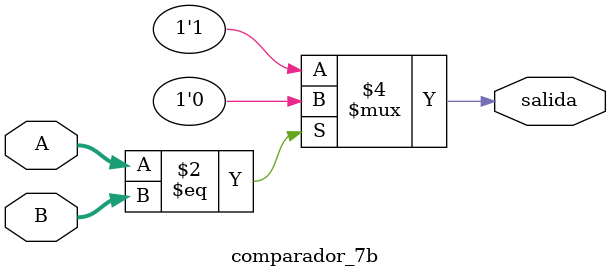
<source format=v>
`timescale 1ns / 1ps


module comparador_7b(
    input[6:0] A,
    input[6:0] B,
    output reg salida
    );
    
    always @(A or B)
        if (A == B) 
            salida <= 1'd0;
        else 
            salida <= 1'd1;
endmodule

</source>
